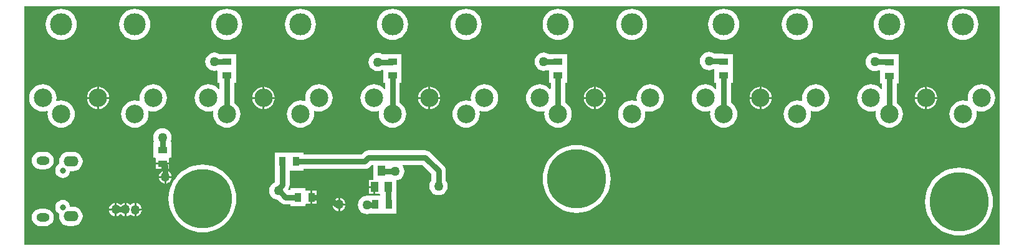
<source format=gbl>
G04*
G04 #@! TF.GenerationSoftware,Altium Limited,Altium Designer,19.1.7 (138)*
G04*
G04 Layer_Physical_Order=2*
G04 Layer_Color=16711680*
%FSLAX25Y25*%
%MOIN*%
G70*
G01*
G75*
%ADD17R,0.03543X0.05118*%
%ADD18R,0.05118X0.03543*%
%ADD38C,0.03000*%
%ADD40C,0.31496*%
%ADD41C,0.11811*%
%ADD42C,0.09843*%
%ADD43C,0.03150*%
%ADD44O,0.07087X0.04528*%
%ADD45O,0.07874X0.05512*%
%ADD46C,0.05000*%
%ADD47R,0.03937X0.05512*%
G36*
X521654Y-127953D02*
X0D01*
Y0D01*
X521654D01*
Y-127953D01*
D02*
G37*
%LPC*%
G36*
X501968Y-1535D02*
X500348Y-1694D01*
X498789Y-2167D01*
X497353Y-2935D01*
X496094Y-3968D01*
X495061Y-5227D01*
X494293Y-6663D01*
X493820Y-8222D01*
X493661Y-9843D01*
X493820Y-11463D01*
X494293Y-13022D01*
X495061Y-14458D01*
X496094Y-15717D01*
X497353Y-16750D01*
X498789Y-17518D01*
X500348Y-17991D01*
X501968Y-18150D01*
X503589Y-17991D01*
X505148Y-17518D01*
X506584Y-16750D01*
X507843Y-15717D01*
X508876Y-14458D01*
X509644Y-13022D01*
X510117Y-11463D01*
X510276Y-9843D01*
X510117Y-8222D01*
X509644Y-6663D01*
X508876Y-5227D01*
X507843Y-3968D01*
X506584Y-2935D01*
X505148Y-2167D01*
X503589Y-1694D01*
X501968Y-1535D01*
D02*
G37*
G36*
X462598D02*
X460978Y-1694D01*
X459419Y-2167D01*
X457983Y-2935D01*
X456724Y-3968D01*
X455691Y-5227D01*
X454923Y-6663D01*
X454450Y-8222D01*
X454291Y-9843D01*
X454450Y-11463D01*
X454923Y-13022D01*
X455691Y-14458D01*
X456724Y-15717D01*
X457983Y-16750D01*
X459419Y-17518D01*
X460978Y-17991D01*
X462598Y-18150D01*
X464219Y-17991D01*
X465778Y-17518D01*
X467214Y-16750D01*
X468473Y-15717D01*
X469506Y-14458D01*
X470274Y-13022D01*
X470747Y-11463D01*
X470906Y-9843D01*
X470747Y-8222D01*
X470274Y-6663D01*
X469506Y-5227D01*
X468473Y-3968D01*
X467214Y-2935D01*
X465778Y-2167D01*
X464219Y-1694D01*
X462598Y-1535D01*
D02*
G37*
G36*
X413386D02*
X411765Y-1694D01*
X410207Y-2167D01*
X408770Y-2935D01*
X407511Y-3968D01*
X406478Y-5227D01*
X405711Y-6663D01*
X405238Y-8222D01*
X405078Y-9843D01*
X405238Y-11463D01*
X405711Y-13022D01*
X406478Y-14458D01*
X407511Y-15717D01*
X408770Y-16750D01*
X410207Y-17518D01*
X411765Y-17991D01*
X413386Y-18150D01*
X415007Y-17991D01*
X416565Y-17518D01*
X418001Y-16750D01*
X419260Y-15717D01*
X420293Y-14458D01*
X421061Y-13022D01*
X421534Y-11463D01*
X421694Y-9843D01*
X421534Y-8222D01*
X421061Y-6663D01*
X420293Y-5227D01*
X419260Y-3968D01*
X418001Y-2935D01*
X416565Y-2167D01*
X415007Y-1694D01*
X413386Y-1535D01*
D02*
G37*
G36*
X374016D02*
X372395Y-1694D01*
X370836Y-2167D01*
X369400Y-2935D01*
X368141Y-3968D01*
X367108Y-5227D01*
X366340Y-6663D01*
X365868Y-8222D01*
X365708Y-9843D01*
X365868Y-11463D01*
X366340Y-13022D01*
X367108Y-14458D01*
X368141Y-15717D01*
X369400Y-16750D01*
X370836Y-17518D01*
X372395Y-17991D01*
X374016Y-18150D01*
X375637Y-17991D01*
X377195Y-17518D01*
X378631Y-16750D01*
X379890Y-15717D01*
X380923Y-14458D01*
X381691Y-13022D01*
X382164Y-11463D01*
X382324Y-9843D01*
X382164Y-8222D01*
X381691Y-6663D01*
X380923Y-5227D01*
X379890Y-3968D01*
X378631Y-2935D01*
X377195Y-2167D01*
X375637Y-1694D01*
X374016Y-1535D01*
D02*
G37*
G36*
X324803D02*
X323182Y-1694D01*
X321624Y-2167D01*
X320188Y-2935D01*
X318929Y-3968D01*
X317896Y-5227D01*
X317128Y-6663D01*
X316655Y-8222D01*
X316495Y-9843D01*
X316655Y-11463D01*
X317128Y-13022D01*
X317896Y-14458D01*
X318929Y-15717D01*
X320188Y-16750D01*
X321624Y-17518D01*
X323182Y-17991D01*
X324803Y-18150D01*
X326424Y-17991D01*
X327982Y-17518D01*
X329419Y-16750D01*
X330678Y-15717D01*
X331711Y-14458D01*
X332478Y-13022D01*
X332951Y-11463D01*
X333111Y-9843D01*
X332951Y-8222D01*
X332478Y-6663D01*
X331711Y-5227D01*
X330678Y-3968D01*
X329419Y-2935D01*
X327982Y-2167D01*
X326424Y-1694D01*
X324803Y-1535D01*
D02*
G37*
G36*
X285433D02*
X283812Y-1694D01*
X282254Y-2167D01*
X280818Y-2935D01*
X279559Y-3968D01*
X278525Y-5227D01*
X277758Y-6663D01*
X277285Y-8222D01*
X277125Y-9843D01*
X277285Y-11463D01*
X277758Y-13022D01*
X278525Y-14458D01*
X279559Y-15717D01*
X280818Y-16750D01*
X282254Y-17518D01*
X283812Y-17991D01*
X285433Y-18150D01*
X287054Y-17991D01*
X288612Y-17518D01*
X290049Y-16750D01*
X291307Y-15717D01*
X292341Y-14458D01*
X293108Y-13022D01*
X293581Y-11463D01*
X293741Y-9843D01*
X293581Y-8222D01*
X293108Y-6663D01*
X292341Y-5227D01*
X291307Y-3968D01*
X290049Y-2935D01*
X288612Y-2167D01*
X287054Y-1694D01*
X285433Y-1535D01*
D02*
G37*
G36*
X236221D02*
X234600Y-1694D01*
X233041Y-2167D01*
X231605Y-2935D01*
X230346Y-3968D01*
X229313Y-5227D01*
X228545Y-6663D01*
X228072Y-8222D01*
X227913Y-9843D01*
X228072Y-11463D01*
X228545Y-13022D01*
X229313Y-14458D01*
X230346Y-15717D01*
X231605Y-16750D01*
X233041Y-17518D01*
X234600Y-17991D01*
X236221Y-18150D01*
X237841Y-17991D01*
X239400Y-17518D01*
X240836Y-16750D01*
X242095Y-15717D01*
X243128Y-14458D01*
X243896Y-13022D01*
X244369Y-11463D01*
X244528Y-9843D01*
X244369Y-8222D01*
X243896Y-6663D01*
X243128Y-5227D01*
X242095Y-3968D01*
X240836Y-2935D01*
X239400Y-2167D01*
X237841Y-1694D01*
X236221Y-1535D01*
D02*
G37*
G36*
X196850D02*
X195230Y-1694D01*
X193671Y-2167D01*
X192235Y-2935D01*
X190976Y-3968D01*
X189943Y-5227D01*
X189175Y-6663D01*
X188702Y-8222D01*
X188543Y-9843D01*
X188702Y-11463D01*
X189175Y-13022D01*
X189943Y-14458D01*
X190976Y-15717D01*
X192235Y-16750D01*
X193671Y-17518D01*
X195230Y-17991D01*
X196850Y-18150D01*
X198471Y-17991D01*
X200030Y-17518D01*
X201466Y-16750D01*
X202725Y-15717D01*
X203758Y-14458D01*
X204526Y-13022D01*
X204998Y-11463D01*
X205158Y-9843D01*
X204998Y-8222D01*
X204526Y-6663D01*
X203758Y-5227D01*
X202725Y-3968D01*
X201466Y-2935D01*
X200030Y-2167D01*
X198471Y-1694D01*
X196850Y-1535D01*
D02*
G37*
G36*
X147638D02*
X146017Y-1694D01*
X144459Y-2167D01*
X143022Y-2935D01*
X141763Y-3968D01*
X140730Y-5227D01*
X139962Y-6663D01*
X139490Y-8222D01*
X139330Y-9843D01*
X139490Y-11463D01*
X139962Y-13022D01*
X140730Y-14458D01*
X141763Y-15717D01*
X143022Y-16750D01*
X144459Y-17518D01*
X146017Y-17991D01*
X147638Y-18150D01*
X149258Y-17991D01*
X150817Y-17518D01*
X152253Y-16750D01*
X153512Y-15717D01*
X154545Y-14458D01*
X155313Y-13022D01*
X155786Y-11463D01*
X155946Y-9843D01*
X155786Y-8222D01*
X155313Y-6663D01*
X154545Y-5227D01*
X153512Y-3968D01*
X152253Y-2935D01*
X150817Y-2167D01*
X149258Y-1694D01*
X147638Y-1535D01*
D02*
G37*
G36*
X108268D02*
X106647Y-1694D01*
X105088Y-2167D01*
X103652Y-2935D01*
X102393Y-3968D01*
X101360Y-5227D01*
X100592Y-6663D01*
X100120Y-8222D01*
X99960Y-9843D01*
X100120Y-11463D01*
X100592Y-13022D01*
X101360Y-14458D01*
X102393Y-15717D01*
X103652Y-16750D01*
X105088Y-17518D01*
X106647Y-17991D01*
X108268Y-18150D01*
X109889Y-17991D01*
X111447Y-17518D01*
X112883Y-16750D01*
X114142Y-15717D01*
X115175Y-14458D01*
X115943Y-13022D01*
X116416Y-11463D01*
X116575Y-9843D01*
X116416Y-8222D01*
X115943Y-6663D01*
X115175Y-5227D01*
X114142Y-3968D01*
X112883Y-2935D01*
X111447Y-2167D01*
X109889Y-1694D01*
X108268Y-1535D01*
D02*
G37*
G36*
X59055Y-1535D02*
X57434Y-1694D01*
X55876Y-2167D01*
X54440Y-2935D01*
X53181Y-3968D01*
X52148Y-5227D01*
X51380Y-6663D01*
X50907Y-8222D01*
X50747Y-9843D01*
X50907Y-11463D01*
X51380Y-13022D01*
X52148Y-14458D01*
X53181Y-15717D01*
X54440Y-16750D01*
X55876Y-17518D01*
X57434Y-17991D01*
X59055Y-18150D01*
X60676Y-17991D01*
X62234Y-17518D01*
X63671Y-16750D01*
X64929Y-15717D01*
X65963Y-14458D01*
X66730Y-13022D01*
X67203Y-11463D01*
X67363Y-9843D01*
X67203Y-8222D01*
X66730Y-6663D01*
X65963Y-5227D01*
X64929Y-3968D01*
X63671Y-2935D01*
X62234Y-2167D01*
X60676Y-1694D01*
X59055Y-1535D01*
D02*
G37*
G36*
X19685D02*
X18064Y-1694D01*
X16506Y-2167D01*
X15069Y-2935D01*
X13811Y-3968D01*
X12777Y-5227D01*
X12010Y-6663D01*
X11537Y-8222D01*
X11377Y-9843D01*
X11537Y-11463D01*
X12010Y-13022D01*
X12777Y-14458D01*
X13811Y-15717D01*
X15069Y-16750D01*
X16506Y-17518D01*
X18064Y-17991D01*
X19685Y-18150D01*
X21306Y-17991D01*
X22864Y-17518D01*
X24301Y-16750D01*
X25559Y-15717D01*
X26593Y-14458D01*
X27360Y-13022D01*
X27833Y-11463D01*
X27993Y-9843D01*
X27833Y-8222D01*
X27360Y-6663D01*
X26593Y-5227D01*
X25559Y-3968D01*
X24301Y-2935D01*
X22864Y-2167D01*
X21306Y-1694D01*
X19685Y-1535D01*
D02*
G37*
G36*
X454811Y-25029D02*
X453542Y-25196D01*
X452359Y-25686D01*
X451343Y-26465D01*
X450564Y-27481D01*
X450074Y-28664D01*
X449907Y-29933D01*
X450074Y-31202D01*
X450564Y-32385D01*
X451343Y-33401D01*
X452359Y-34180D01*
X453542Y-34670D01*
X454811Y-34837D01*
X456080Y-34670D01*
X457177Y-34216D01*
X457219Y-34219D01*
X457446Y-34318D01*
X457677Y-34493D01*
Y-41535D01*
X458703D01*
Y-44236D01*
X458232Y-44404D01*
X457931Y-44038D01*
X456822Y-43127D01*
X455557Y-42451D01*
X454184Y-42035D01*
X452756Y-41894D01*
X451328Y-42035D01*
X449955Y-42451D01*
X448690Y-43127D01*
X447581Y-44038D01*
X446671Y-45147D01*
X445994Y-46412D01*
X445578Y-47785D01*
X445437Y-49213D01*
X445578Y-50640D01*
X445994Y-52013D01*
X446671Y-53279D01*
X447581Y-54388D01*
X448690Y-55298D01*
X449955Y-55974D01*
X451328Y-56391D01*
X452756Y-56531D01*
X454184Y-56391D01*
X454989Y-56147D01*
X455222Y-56308D01*
X455411Y-56541D01*
X455280Y-57874D01*
X455420Y-59302D01*
X455837Y-60675D01*
X456513Y-61940D01*
X457423Y-63049D01*
X458532Y-63959D01*
X459798Y-64636D01*
X461171Y-65052D01*
X462598Y-65193D01*
X464026Y-65052D01*
X465399Y-64636D01*
X466665Y-63959D01*
X467773Y-63049D01*
X468684Y-61940D01*
X469360Y-60675D01*
X469776Y-59302D01*
X469917Y-57874D01*
X469776Y-56446D01*
X469360Y-55073D01*
X468684Y-53808D01*
X467773Y-52699D01*
X466665Y-51789D01*
X466494Y-51698D01*
Y-41535D01*
X467520D01*
Y-34252D01*
Y-25984D01*
X462580D01*
X462327Y-25951D01*
X462327Y-25951D01*
X457608D01*
X457263Y-25686D01*
X456080Y-25196D01*
X454811Y-25029D01*
D02*
G37*
G36*
X366142Y-24623D02*
X364872Y-24791D01*
X363690Y-25280D01*
X362674Y-26060D01*
X361895Y-27075D01*
X361405Y-28258D01*
X361238Y-29528D01*
X361405Y-30797D01*
X361895Y-31980D01*
X362674Y-32995D01*
X363690Y-33775D01*
X364872Y-34265D01*
X366142Y-34432D01*
X367411Y-34265D01*
X368594Y-33775D01*
X368595Y-33774D01*
X368963Y-33909D01*
X369094Y-34021D01*
Y-41240D01*
X370120D01*
Y-44236D01*
X369649Y-44404D01*
X369348Y-44038D01*
X368239Y-43127D01*
X366974Y-42451D01*
X365601Y-42035D01*
X364173Y-41894D01*
X362745Y-42035D01*
X361372Y-42451D01*
X360107Y-43127D01*
X358998Y-44038D01*
X358088Y-45147D01*
X357412Y-46412D01*
X356995Y-47785D01*
X356855Y-49213D01*
X356995Y-50640D01*
X357412Y-52013D01*
X358088Y-53279D01*
X358998Y-54388D01*
X360107Y-55298D01*
X361372Y-55974D01*
X362745Y-56391D01*
X364173Y-56531D01*
X365601Y-56391D01*
X366406Y-56147D01*
X366639Y-56308D01*
X366828Y-56541D01*
X366697Y-57874D01*
X366838Y-59302D01*
X367254Y-60675D01*
X367931Y-61940D01*
X368841Y-63049D01*
X369950Y-63959D01*
X371215Y-64636D01*
X372588Y-65052D01*
X374016Y-65193D01*
X375444Y-65052D01*
X376817Y-64636D01*
X378082Y-63959D01*
X379191Y-63049D01*
X380101Y-61940D01*
X380777Y-60675D01*
X381194Y-59302D01*
X381334Y-57874D01*
X381194Y-56446D01*
X380777Y-55073D01*
X380101Y-53808D01*
X379191Y-52699D01*
X378082Y-51789D01*
X377911Y-51698D01*
Y-41240D01*
X378937D01*
Y-33957D01*
Y-25689D01*
X374153D01*
X373721Y-25632D01*
X373720Y-25632D01*
X369052D01*
X368594Y-25280D01*
X367411Y-24791D01*
X366142Y-24623D01*
D02*
G37*
G36*
X277729Y-24946D02*
X276460Y-25113D01*
X275277Y-25603D01*
X274261Y-26382D01*
X273482Y-27398D01*
X272992Y-28580D01*
X272825Y-29850D01*
X272992Y-31119D01*
X273482Y-32302D01*
X274261Y-33318D01*
X275277Y-34097D01*
X276460Y-34587D01*
X277729Y-34754D01*
X278998Y-34587D01*
X280012Y-34167D01*
X280427Y-34376D01*
X280512Y-34473D01*
Y-41240D01*
X281538D01*
Y-44236D01*
X281067Y-44404D01*
X280766Y-44038D01*
X279657Y-43127D01*
X278391Y-42451D01*
X277018Y-42035D01*
X275590Y-41894D01*
X274163Y-42035D01*
X272790Y-42451D01*
X271525Y-43127D01*
X270415Y-44038D01*
X269505Y-45147D01*
X268829Y-46412D01*
X268412Y-47785D01*
X268272Y-49213D01*
X268412Y-50640D01*
X268829Y-52013D01*
X269505Y-53279D01*
X270415Y-54388D01*
X271525Y-55298D01*
X272790Y-55974D01*
X274163Y-56391D01*
X275590Y-56531D01*
X277018Y-56391D01*
X277823Y-56147D01*
X278056Y-56308D01*
X278246Y-56541D01*
X278114Y-57874D01*
X278255Y-59302D01*
X278672Y-60675D01*
X279348Y-61940D01*
X280258Y-63049D01*
X281367Y-63959D01*
X282632Y-64636D01*
X284005Y-65052D01*
X285433Y-65193D01*
X286861Y-65052D01*
X288234Y-64636D01*
X289499Y-63959D01*
X290608Y-63049D01*
X291518Y-61940D01*
X292195Y-60675D01*
X292611Y-59302D01*
X292752Y-57874D01*
X292611Y-56446D01*
X292195Y-55073D01*
X291518Y-53808D01*
X290608Y-52699D01*
X289499Y-51789D01*
X289329Y-51698D01*
Y-41240D01*
X290354D01*
Y-33957D01*
Y-25689D01*
X280512D01*
X280512Y-25689D01*
X280067Y-25556D01*
X278998Y-25113D01*
X277729Y-24946D01*
D02*
G37*
G36*
X188945Y-25084D02*
X187676Y-25251D01*
X186493Y-25741D01*
X185477Y-26521D01*
X184698Y-27536D01*
X184208Y-28719D01*
X184041Y-29989D01*
X184208Y-31258D01*
X184698Y-32441D01*
X185477Y-33456D01*
X186493Y-34236D01*
X187676Y-34725D01*
X188945Y-34893D01*
X190214Y-34725D01*
X191397Y-34236D01*
X191429Y-34211D01*
X191929Y-34458D01*
Y-41240D01*
X192955D01*
Y-44236D01*
X192484Y-44404D01*
X192183Y-44038D01*
X191074Y-43127D01*
X189809Y-42451D01*
X188436Y-42035D01*
X187008Y-41894D01*
X185580Y-42035D01*
X184207Y-42451D01*
X182942Y-43127D01*
X181833Y-44038D01*
X180923Y-45147D01*
X180246Y-46412D01*
X179830Y-47785D01*
X179689Y-49213D01*
X179830Y-50640D01*
X180246Y-52013D01*
X180923Y-53279D01*
X181833Y-54388D01*
X182942Y-55298D01*
X184207Y-55974D01*
X185580Y-56391D01*
X187008Y-56531D01*
X188436Y-56391D01*
X189241Y-56147D01*
X189474Y-56308D01*
X189663Y-56541D01*
X189532Y-57874D01*
X189672Y-59302D01*
X190089Y-60675D01*
X190765Y-61940D01*
X191675Y-63049D01*
X192784Y-63959D01*
X194050Y-64636D01*
X195423Y-65052D01*
X196850Y-65193D01*
X198278Y-65052D01*
X199651Y-64636D01*
X200916Y-63959D01*
X202026Y-63049D01*
X202936Y-61940D01*
X203612Y-60675D01*
X204029Y-59302D01*
X204169Y-57874D01*
X204029Y-56446D01*
X203612Y-55073D01*
X202936Y-53808D01*
X202026Y-52699D01*
X200916Y-51789D01*
X200746Y-51698D01*
Y-41240D01*
X201772D01*
Y-33957D01*
Y-25689D01*
X191929D01*
Y-25689D01*
X191429Y-25766D01*
X191397Y-25741D01*
X190214Y-25251D01*
X188945Y-25084D01*
D02*
G37*
G36*
X101654Y-24900D02*
X100385Y-25067D01*
X99202Y-25557D01*
X98186Y-26336D01*
X97407Y-27352D01*
X96917Y-28534D01*
X96750Y-29804D01*
X96917Y-31073D01*
X97407Y-32256D01*
X98186Y-33272D01*
X99202Y-34051D01*
X100385Y-34541D01*
X101654Y-34708D01*
X102847Y-34551D01*
X103098Y-34649D01*
X103347Y-34815D01*
Y-41240D01*
X104372D01*
Y-44236D01*
X103901Y-44404D01*
X103600Y-44038D01*
X102491Y-43127D01*
X101226Y-42451D01*
X99853Y-42035D01*
X98425Y-41894D01*
X96997Y-42035D01*
X95624Y-42451D01*
X94359Y-43127D01*
X93250Y-44038D01*
X92340Y-45147D01*
X91664Y-46412D01*
X91247Y-47785D01*
X91106Y-49213D01*
X91247Y-50640D01*
X91664Y-52013D01*
X92340Y-53279D01*
X93250Y-54388D01*
X94359Y-55298D01*
X95624Y-55974D01*
X96997Y-56391D01*
X98425Y-56531D01*
X99853Y-56391D01*
X100658Y-56147D01*
X100891Y-56308D01*
X101080Y-56541D01*
X100949Y-57874D01*
X101090Y-59302D01*
X101506Y-60675D01*
X102182Y-61940D01*
X103093Y-63049D01*
X104202Y-63959D01*
X105467Y-64636D01*
X106840Y-65052D01*
X108268Y-65193D01*
X109695Y-65052D01*
X111068Y-64636D01*
X112334Y-63959D01*
X113443Y-63049D01*
X114353Y-61940D01*
X115029Y-60675D01*
X115446Y-59302D01*
X115586Y-57874D01*
X115446Y-56446D01*
X115029Y-55073D01*
X114353Y-53808D01*
X113443Y-52699D01*
X112334Y-51789D01*
X112163Y-51698D01*
Y-41240D01*
X113189D01*
Y-33957D01*
Y-25689D01*
X104279D01*
X104106Y-25557D01*
X102923Y-25067D01*
X101654Y-24900D01*
D02*
G37*
G36*
X394201Y-43312D02*
Y-48713D01*
X399601D01*
X399536Y-48052D01*
X399198Y-46936D01*
X398648Y-45907D01*
X397908Y-45005D01*
X397006Y-44265D01*
X395978Y-43716D01*
X394862Y-43377D01*
X394201Y-43312D01*
D02*
G37*
G36*
X305618D02*
Y-48713D01*
X311019D01*
X310954Y-48052D01*
X310615Y-46936D01*
X310065Y-45907D01*
X309325Y-45005D01*
X308424Y-44265D01*
X307395Y-43716D01*
X306279Y-43377D01*
X305618Y-43312D01*
D02*
G37*
G36*
X128453D02*
Y-48713D01*
X133853D01*
X133788Y-48052D01*
X133450Y-46936D01*
X132900Y-45907D01*
X132160Y-45005D01*
X131258Y-44265D01*
X130230Y-43716D01*
X129113Y-43377D01*
X128453Y-43312D01*
D02*
G37*
G36*
X217035D02*
Y-48713D01*
X222436D01*
X222371Y-48052D01*
X222032Y-46936D01*
X221483Y-45907D01*
X220743Y-45005D01*
X219841Y-44265D01*
X218812Y-43716D01*
X217696Y-43377D01*
X217035Y-43312D01*
D02*
G37*
G36*
X482783Y-43312D02*
Y-48713D01*
X488184D01*
X488119Y-48052D01*
X487781Y-46936D01*
X487231Y-45907D01*
X486491Y-45005D01*
X485589Y-44265D01*
X484560Y-43716D01*
X483444Y-43377D01*
X482783Y-43312D01*
D02*
G37*
G36*
X481783Y-43312D02*
X481123Y-43377D01*
X480007Y-43716D01*
X478978Y-44265D01*
X478076Y-45005D01*
X477336Y-45907D01*
X476787Y-46936D01*
X476448Y-48052D01*
X476383Y-48713D01*
X481783D01*
Y-43312D01*
D02*
G37*
G36*
X127453D02*
X126792Y-43377D01*
X125676Y-43716D01*
X124647Y-44265D01*
X123746Y-45005D01*
X123006Y-45907D01*
X122456Y-46936D01*
X122117Y-48052D01*
X122052Y-48713D01*
X127453D01*
Y-43312D01*
D02*
G37*
G36*
X304618D02*
X303957Y-43377D01*
X302841Y-43716D01*
X301813Y-44265D01*
X300911Y-45005D01*
X300171Y-45907D01*
X299621Y-46936D01*
X299283Y-48052D01*
X299218Y-48713D01*
X304618D01*
Y-43312D01*
D02*
G37*
G36*
X216035D02*
X215375Y-43377D01*
X214259Y-43716D01*
X213230Y-44265D01*
X212328Y-45005D01*
X211588Y-45907D01*
X211038Y-46936D01*
X210700Y-48052D01*
X210635Y-48713D01*
X216035D01*
Y-43312D01*
D02*
G37*
G36*
X393201Y-43312D02*
X392540Y-43377D01*
X391424Y-43716D01*
X390395Y-44265D01*
X389494Y-45005D01*
X388754Y-45907D01*
X388204Y-46936D01*
X387865Y-48052D01*
X387800Y-48713D01*
X393201D01*
Y-43312D01*
D02*
G37*
G36*
X39870Y-43312D02*
Y-48713D01*
X45271D01*
X45206Y-48052D01*
X44867Y-46936D01*
X44317Y-45907D01*
X43577Y-45005D01*
X42676Y-44265D01*
X41647Y-43716D01*
X40531Y-43377D01*
X39870Y-43312D01*
D02*
G37*
G36*
X38870D02*
X38209Y-43377D01*
X37093Y-43716D01*
X36064Y-44265D01*
X35163Y-45005D01*
X34423Y-45907D01*
X33873Y-46936D01*
X33535Y-48052D01*
X33469Y-48713D01*
X38870D01*
Y-43312D01*
D02*
G37*
G36*
X511811Y-41894D02*
X510383Y-42035D01*
X509010Y-42451D01*
X507745Y-43127D01*
X506636Y-44038D01*
X505726Y-45147D01*
X505049Y-46412D01*
X504633Y-47785D01*
X504492Y-49213D01*
X504624Y-50546D01*
X504434Y-50778D01*
X504201Y-50940D01*
X503396Y-50696D01*
X501968Y-50555D01*
X500541Y-50696D01*
X499168Y-51112D01*
X497902Y-51789D01*
X496793Y-52699D01*
X495883Y-53808D01*
X495207Y-55073D01*
X494790Y-56446D01*
X494650Y-57874D01*
X494790Y-59302D01*
X495207Y-60675D01*
X495883Y-61940D01*
X496793Y-63049D01*
X497902Y-63959D01*
X499168Y-64636D01*
X500541Y-65052D01*
X501968Y-65193D01*
X503396Y-65052D01*
X504769Y-64636D01*
X506035Y-63959D01*
X507144Y-63049D01*
X508054Y-61940D01*
X508730Y-60675D01*
X509147Y-59302D01*
X509287Y-57874D01*
X509156Y-56541D01*
X509345Y-56308D01*
X509578Y-56147D01*
X510383Y-56391D01*
X511811Y-56531D01*
X513239Y-56391D01*
X514612Y-55974D01*
X515877Y-55298D01*
X516986Y-54388D01*
X517896Y-53279D01*
X518573Y-52013D01*
X518989Y-50640D01*
X519130Y-49213D01*
X518989Y-47785D01*
X518573Y-46412D01*
X517896Y-45147D01*
X516986Y-44038D01*
X515877Y-43127D01*
X514612Y-42451D01*
X513239Y-42035D01*
X511811Y-41894D01*
D02*
G37*
G36*
X423228D02*
X421801Y-42035D01*
X420428Y-42451D01*
X419162Y-43127D01*
X418053Y-44038D01*
X417143Y-45147D01*
X416467Y-46412D01*
X416050Y-47785D01*
X415910Y-49213D01*
X416041Y-50546D01*
X415851Y-50778D01*
X415619Y-50940D01*
X414814Y-50696D01*
X413386Y-50555D01*
X411958Y-50696D01*
X410585Y-51112D01*
X409320Y-51789D01*
X408211Y-52699D01*
X407301Y-53808D01*
X406624Y-55073D01*
X406208Y-56446D01*
X406067Y-57874D01*
X406208Y-59302D01*
X406624Y-60675D01*
X407301Y-61940D01*
X408211Y-63049D01*
X409320Y-63959D01*
X410585Y-64636D01*
X411958Y-65052D01*
X413386Y-65193D01*
X414814Y-65052D01*
X416187Y-64636D01*
X417452Y-63959D01*
X418561Y-63049D01*
X419471Y-61940D01*
X420147Y-60675D01*
X420564Y-59302D01*
X420705Y-57874D01*
X420573Y-56541D01*
X420763Y-56308D01*
X420996Y-56147D01*
X421801Y-56391D01*
X423228Y-56531D01*
X424656Y-56391D01*
X426029Y-55974D01*
X427294Y-55298D01*
X428403Y-54388D01*
X429314Y-53279D01*
X429990Y-52013D01*
X430406Y-50640D01*
X430547Y-49213D01*
X430406Y-47785D01*
X429990Y-46412D01*
X429314Y-45147D01*
X428403Y-44038D01*
X427294Y-43127D01*
X426029Y-42451D01*
X424656Y-42035D01*
X423228Y-41894D01*
D02*
G37*
G36*
X334646D02*
X333218Y-42035D01*
X331845Y-42451D01*
X330580Y-43127D01*
X329471Y-44038D01*
X328560Y-45147D01*
X327884Y-46412D01*
X327468Y-47785D01*
X327327Y-49213D01*
X327458Y-50546D01*
X327269Y-50778D01*
X327036Y-50940D01*
X326231Y-50696D01*
X324803Y-50555D01*
X323375Y-50696D01*
X322002Y-51112D01*
X320737Y-51789D01*
X319628Y-52699D01*
X318718Y-53808D01*
X318042Y-55073D01*
X317625Y-56446D01*
X317484Y-57874D01*
X317625Y-59302D01*
X318042Y-60675D01*
X318718Y-61940D01*
X319628Y-63049D01*
X320737Y-63959D01*
X322002Y-64636D01*
X323375Y-65052D01*
X324803Y-65193D01*
X326231Y-65052D01*
X327604Y-64636D01*
X328869Y-63959D01*
X329978Y-63049D01*
X330888Y-61940D01*
X331565Y-60675D01*
X331981Y-59302D01*
X332122Y-57874D01*
X331991Y-56541D01*
X332180Y-56308D01*
X332413Y-56147D01*
X333218Y-56391D01*
X334646Y-56531D01*
X336073Y-56391D01*
X337446Y-55974D01*
X338712Y-55298D01*
X339821Y-54388D01*
X340731Y-53279D01*
X341407Y-52013D01*
X341824Y-50640D01*
X341964Y-49213D01*
X341824Y-47785D01*
X341407Y-46412D01*
X340731Y-45147D01*
X339821Y-44038D01*
X338712Y-43127D01*
X337446Y-42451D01*
X336073Y-42035D01*
X334646Y-41894D01*
D02*
G37*
G36*
X246063D02*
X244635Y-42035D01*
X243262Y-42451D01*
X241997Y-43127D01*
X240888Y-44038D01*
X239978Y-45147D01*
X239301Y-46412D01*
X238885Y-47785D01*
X238744Y-49213D01*
X238876Y-50546D01*
X238686Y-50778D01*
X238453Y-50940D01*
X237648Y-50696D01*
X236221Y-50555D01*
X234793Y-50696D01*
X233420Y-51112D01*
X232154Y-51789D01*
X231045Y-52699D01*
X230135Y-53808D01*
X229459Y-55073D01*
X229042Y-56446D01*
X228902Y-57874D01*
X229042Y-59302D01*
X229459Y-60675D01*
X230135Y-61940D01*
X231045Y-63049D01*
X232154Y-63959D01*
X233420Y-64636D01*
X234793Y-65052D01*
X236221Y-65193D01*
X237648Y-65052D01*
X239021Y-64636D01*
X240286Y-63959D01*
X241396Y-63049D01*
X242306Y-61940D01*
X242982Y-60675D01*
X243398Y-59302D01*
X243539Y-57874D01*
X243408Y-56541D01*
X243597Y-56308D01*
X243830Y-56147D01*
X244635Y-56391D01*
X246063Y-56531D01*
X247491Y-56391D01*
X248864Y-55974D01*
X250129Y-55298D01*
X251238Y-54388D01*
X252148Y-53279D01*
X252825Y-52013D01*
X253241Y-50640D01*
X253382Y-49213D01*
X253241Y-47785D01*
X252825Y-46412D01*
X252148Y-45147D01*
X251238Y-44038D01*
X250129Y-43127D01*
X248864Y-42451D01*
X247491Y-42035D01*
X246063Y-41894D01*
D02*
G37*
G36*
X157480D02*
X156052Y-42035D01*
X154680Y-42451D01*
X153414Y-43127D01*
X152305Y-44038D01*
X151395Y-45147D01*
X150719Y-46412D01*
X150302Y-47785D01*
X150162Y-49213D01*
X150293Y-50546D01*
X150103Y-50778D01*
X149871Y-50940D01*
X149066Y-50696D01*
X147638Y-50555D01*
X146210Y-50696D01*
X144837Y-51112D01*
X143572Y-51789D01*
X142463Y-52699D01*
X141552Y-53808D01*
X140876Y-55073D01*
X140460Y-56446D01*
X140319Y-57874D01*
X140460Y-59302D01*
X140876Y-60675D01*
X141552Y-61940D01*
X142463Y-63049D01*
X143572Y-63959D01*
X144837Y-64636D01*
X146210Y-65052D01*
X147638Y-65193D01*
X149066Y-65052D01*
X150438Y-64636D01*
X151704Y-63959D01*
X152813Y-63049D01*
X153723Y-61940D01*
X154399Y-60675D01*
X154816Y-59302D01*
X154956Y-57874D01*
X154825Y-56541D01*
X155015Y-56308D01*
X155247Y-56147D01*
X156052Y-56391D01*
X157480Y-56531D01*
X158908Y-56391D01*
X160281Y-55974D01*
X161546Y-55298D01*
X162655Y-54388D01*
X163566Y-53279D01*
X164242Y-52013D01*
X164658Y-50640D01*
X164799Y-49213D01*
X164658Y-47785D01*
X164242Y-46412D01*
X163566Y-45147D01*
X162655Y-44038D01*
X161546Y-43127D01*
X160281Y-42451D01*
X158908Y-42035D01*
X157480Y-41894D01*
D02*
G37*
G36*
X68898Y-41894D02*
X67470Y-42035D01*
X66097Y-42451D01*
X64832Y-43127D01*
X63722Y-44038D01*
X62812Y-45147D01*
X62136Y-46412D01*
X61720Y-47785D01*
X61579Y-49213D01*
X61710Y-50546D01*
X61521Y-50778D01*
X61288Y-50940D01*
X60483Y-50696D01*
X59055Y-50555D01*
X57627Y-50696D01*
X56254Y-51112D01*
X54989Y-51789D01*
X53880Y-52699D01*
X52970Y-53808D01*
X52293Y-55073D01*
X51877Y-56446D01*
X51736Y-57874D01*
X51877Y-59302D01*
X52293Y-60675D01*
X52970Y-61940D01*
X53880Y-63049D01*
X54989Y-63959D01*
X56254Y-64636D01*
X57627Y-65052D01*
X59055Y-65193D01*
X60483Y-65052D01*
X61856Y-64636D01*
X63121Y-63959D01*
X64230Y-63049D01*
X65140Y-61940D01*
X65817Y-60675D01*
X66233Y-59302D01*
X66374Y-57874D01*
X66242Y-56541D01*
X66432Y-56308D01*
X66665Y-56147D01*
X67470Y-56391D01*
X68898Y-56531D01*
X70325Y-56391D01*
X71698Y-55974D01*
X72964Y-55298D01*
X74073Y-54388D01*
X74983Y-53279D01*
X75659Y-52013D01*
X76076Y-50640D01*
X76216Y-49213D01*
X76076Y-47785D01*
X75659Y-46412D01*
X74983Y-45147D01*
X74073Y-44038D01*
X72964Y-43127D01*
X71698Y-42451D01*
X70325Y-42035D01*
X68898Y-41894D01*
D02*
G37*
G36*
X399601Y-49713D02*
X394201D01*
Y-55113D01*
X394862Y-55048D01*
X395978Y-54710D01*
X397006Y-54160D01*
X397908Y-53420D01*
X398648Y-52518D01*
X399198Y-51490D01*
X399536Y-50373D01*
X399601Y-49713D01*
D02*
G37*
G36*
X481783D02*
X476383D01*
X476448Y-50373D01*
X476787Y-51490D01*
X477336Y-52518D01*
X478076Y-53420D01*
X478978Y-54160D01*
X480007Y-54710D01*
X481123Y-55048D01*
X481783Y-55113D01*
Y-49713D01*
D02*
G37*
G36*
X311019D02*
X305618D01*
Y-55113D01*
X306279Y-55048D01*
X307395Y-54710D01*
X308424Y-54160D01*
X309325Y-53420D01*
X310065Y-52518D01*
X310615Y-51490D01*
X310954Y-50373D01*
X311019Y-49713D01*
D02*
G37*
G36*
X222436D02*
X217035D01*
Y-55113D01*
X217696Y-55048D01*
X218812Y-54710D01*
X219841Y-54160D01*
X220743Y-53420D01*
X221483Y-52518D01*
X222032Y-51490D01*
X222371Y-50373D01*
X222436Y-49713D01*
D02*
G37*
G36*
X133853D02*
X128453D01*
Y-55113D01*
X129113Y-55048D01*
X130230Y-54710D01*
X131258Y-54160D01*
X132160Y-53420D01*
X132900Y-52518D01*
X133450Y-51490D01*
X133788Y-50373D01*
X133853Y-49713D01*
D02*
G37*
G36*
X304618D02*
X299218D01*
X299283Y-50373D01*
X299621Y-51490D01*
X300171Y-52518D01*
X300911Y-53420D01*
X301813Y-54160D01*
X302841Y-54710D01*
X303957Y-55048D01*
X304618Y-55113D01*
Y-49713D01*
D02*
G37*
G36*
X216035D02*
X210635D01*
X210700Y-50373D01*
X211038Y-51490D01*
X211588Y-52518D01*
X212328Y-53420D01*
X213230Y-54160D01*
X214259Y-54710D01*
X215375Y-55048D01*
X216035Y-55113D01*
Y-49713D01*
D02*
G37*
G36*
X127453D02*
X122052D01*
X122117Y-50373D01*
X122456Y-51490D01*
X123006Y-52518D01*
X123746Y-53420D01*
X124647Y-54160D01*
X125676Y-54710D01*
X126792Y-55048D01*
X127453Y-55113D01*
Y-49713D01*
D02*
G37*
G36*
X488184D02*
X482783D01*
Y-55113D01*
X483444Y-55048D01*
X484560Y-54710D01*
X485589Y-54160D01*
X486491Y-53420D01*
X487231Y-52518D01*
X487781Y-51490D01*
X488119Y-50373D01*
X488184Y-49713D01*
D02*
G37*
G36*
X393201D02*
X387800D01*
X387865Y-50373D01*
X388204Y-51490D01*
X388754Y-52518D01*
X389494Y-53420D01*
X390395Y-54160D01*
X391424Y-54710D01*
X392540Y-55048D01*
X393201Y-55113D01*
Y-49713D01*
D02*
G37*
G36*
X45271Y-49713D02*
X39870D01*
Y-55113D01*
X40531Y-55048D01*
X41647Y-54710D01*
X42676Y-54160D01*
X43577Y-53420D01*
X44317Y-52518D01*
X44867Y-51490D01*
X45206Y-50373D01*
X45271Y-49713D01*
D02*
G37*
G36*
X38870D02*
X33469D01*
X33535Y-50373D01*
X33873Y-51490D01*
X34423Y-52518D01*
X35163Y-53420D01*
X36064Y-54160D01*
X37093Y-54710D01*
X38209Y-55048D01*
X38870Y-55113D01*
Y-49713D01*
D02*
G37*
G36*
X9843Y-41894D02*
X8415Y-42035D01*
X7042Y-42451D01*
X5776Y-43127D01*
X4667Y-44038D01*
X3757Y-45147D01*
X3081Y-46412D01*
X2664Y-47785D01*
X2524Y-49213D01*
X2664Y-50640D01*
X3081Y-52013D01*
X3757Y-53279D01*
X4667Y-54388D01*
X5776Y-55298D01*
X7042Y-55974D01*
X8415Y-56391D01*
X9843Y-56531D01*
X11270Y-56391D01*
X12075Y-56147D01*
X12308Y-56308D01*
X12498Y-56541D01*
X12366Y-57874D01*
X12507Y-59302D01*
X12923Y-60675D01*
X13600Y-61940D01*
X14510Y-63049D01*
X15619Y-63959D01*
X16884Y-64636D01*
X18257Y-65052D01*
X19685Y-65193D01*
X21113Y-65052D01*
X22486Y-64636D01*
X23751Y-63959D01*
X24860Y-63049D01*
X25770Y-61940D01*
X26447Y-60675D01*
X26863Y-59302D01*
X27004Y-57874D01*
X26863Y-56446D01*
X26447Y-55073D01*
X25770Y-53808D01*
X24860Y-52699D01*
X23751Y-51789D01*
X22486Y-51112D01*
X21113Y-50696D01*
X19685Y-50555D01*
X18257Y-50696D01*
X17452Y-50940D01*
X17219Y-50778D01*
X17030Y-50546D01*
X17161Y-49213D01*
X17021Y-47785D01*
X16604Y-46412D01*
X15928Y-45147D01*
X15018Y-44038D01*
X13909Y-43127D01*
X12643Y-42451D01*
X11270Y-42035D01*
X9843Y-41894D01*
D02*
G37*
G36*
X214380Y-77268D02*
X214380Y-77268D01*
X184117D01*
X183109Y-77401D01*
X182169Y-77790D01*
X181363Y-78409D01*
X181363Y-78409D01*
X180379Y-79393D01*
X149405D01*
Y-78367D01*
X133854D01*
Y-88210D01*
X134092D01*
Y-94109D01*
X133642Y-94559D01*
X133375Y-94670D01*
X132359Y-95450D01*
X131580Y-96465D01*
X131090Y-97648D01*
X130923Y-98917D01*
X131090Y-100187D01*
X131580Y-101369D01*
X132359Y-102385D01*
X133375Y-103165D01*
X134557Y-103654D01*
X135697Y-103804D01*
X137009Y-105117D01*
X137009Y-105117D01*
X137816Y-105736D01*
X138756Y-106125D01*
X139764Y-106258D01*
X139764Y-106258D01*
X142126D01*
Y-107283D01*
X150394D01*
Y-106216D01*
X150772Y-105921D01*
X150894Y-105921D01*
X153043D01*
Y-102362D01*
Y-98803D01*
X150894D01*
X150772Y-98803D01*
X150394Y-98509D01*
Y-97441D01*
X142126D01*
Y-98467D01*
X141377D01*
X141023Y-98112D01*
X141362Y-97671D01*
X141751Y-96731D01*
X141884Y-95723D01*
X141884Y-95723D01*
Y-88210D01*
X149405D01*
Y-87184D01*
X181992D01*
X181992Y-87184D01*
X183001Y-87051D01*
X183940Y-86662D01*
X184747Y-86043D01*
X185731Y-85059D01*
X186614D01*
Y-93094D01*
X184236D01*
Y-96350D01*
X187205D01*
Y-96850D01*
X187705D01*
Y-100606D01*
X189900D01*
X190180Y-101103D01*
X190048Y-101378D01*
X183465D01*
Y-101380D01*
X183217Y-101597D01*
X181948Y-101764D01*
X180765Y-102254D01*
X179750Y-103033D01*
X178970Y-104049D01*
X178480Y-105232D01*
X178313Y-106501D01*
X178480Y-107770D01*
X178970Y-108953D01*
X179750Y-109969D01*
X180765Y-110748D01*
X181948Y-111238D01*
X183217Y-111405D01*
X184486Y-111238D01*
X184529Y-111221D01*
X199016D01*
Y-101969D01*
Y-93282D01*
X199636Y-93200D01*
X200819Y-92711D01*
X201835Y-91931D01*
X202614Y-90916D01*
X203104Y-89733D01*
X203271Y-88463D01*
X203104Y-87194D01*
X202614Y-86011D01*
X202228Y-85507D01*
X202449Y-85059D01*
X212766D01*
X217610Y-89903D01*
Y-93497D01*
X217259Y-93956D01*
X216769Y-95138D01*
X216601Y-96408D01*
X216769Y-97677D01*
X217259Y-98860D01*
X218038Y-99875D01*
X219054Y-100655D01*
X220236Y-101145D01*
X221506Y-101312D01*
X222775Y-101145D01*
X223958Y-100655D01*
X224974Y-99875D01*
X225753Y-98860D01*
X226243Y-97677D01*
X226410Y-96408D01*
X226243Y-95138D01*
X225753Y-93956D01*
X225401Y-93497D01*
Y-88289D01*
X225401Y-88289D01*
X225269Y-87281D01*
X224879Y-86342D01*
X224260Y-85535D01*
X224260Y-85535D01*
X217134Y-78409D01*
X216328Y-77790D01*
X215388Y-77401D01*
X214380Y-77268D01*
D02*
G37*
G36*
X73819Y-65470D02*
X72550Y-65637D01*
X71367Y-66127D01*
X70351Y-66906D01*
X69572Y-67922D01*
X69082Y-69105D01*
X68915Y-70374D01*
X69082Y-71643D01*
X69409Y-72433D01*
X69075Y-72933D01*
X68898D01*
Y-81201D01*
X69965D01*
X70260Y-81579D01*
X70260Y-81701D01*
Y-83850D01*
X73819D01*
X77378D01*
Y-81701D01*
X77378Y-81579D01*
X77673Y-81201D01*
X78740D01*
Y-72933D01*
X78563D01*
X78229Y-72433D01*
X78556Y-71643D01*
X78723Y-70374D01*
X78556Y-69105D01*
X78066Y-67922D01*
X77287Y-66906D01*
X76271Y-66127D01*
X75088Y-65637D01*
X73819Y-65470D01*
D02*
G37*
G36*
X77378Y-84850D02*
X74319D01*
Y-87122D01*
X77378D01*
Y-84850D01*
D02*
G37*
G36*
X73319D02*
X70260D01*
Y-87122D01*
X73319D01*
Y-84850D01*
D02*
G37*
G36*
X11122Y-78011D02*
X8563D01*
X7355Y-78170D01*
X6230Y-78636D01*
X5264Y-79378D01*
X4522Y-80344D01*
X4056Y-81470D01*
X3897Y-82677D01*
X4056Y-83885D01*
X4522Y-85010D01*
X5264Y-85976D01*
X6230Y-86718D01*
X7355Y-87184D01*
X8563Y-87343D01*
X11122D01*
X12330Y-87184D01*
X13455Y-86718D01*
X14421Y-85976D01*
X15163Y-85010D01*
X15629Y-83885D01*
X15788Y-82677D01*
X15629Y-81470D01*
X15163Y-80344D01*
X14421Y-79378D01*
X13455Y-78636D01*
X12330Y-78170D01*
X11122Y-78011D01*
D02*
G37*
G36*
X75795Y-88071D02*
Y-91035D01*
X78760D01*
X78705Y-90622D01*
X78352Y-89770D01*
X77792Y-89039D01*
X77060Y-88478D01*
X76209Y-88125D01*
X75795Y-88071D01*
D02*
G37*
G36*
X74795D02*
X74382Y-88125D01*
X73530Y-88478D01*
X72799Y-89039D01*
X72238Y-89770D01*
X71885Y-90622D01*
X71831Y-91035D01*
X74795D01*
Y-88071D01*
D02*
G37*
G36*
X25984Y-78105D02*
X23622D01*
X22286Y-78281D01*
X21041Y-78797D01*
X19972Y-79617D01*
X19151Y-80687D01*
X18636Y-81932D01*
X18460Y-83268D01*
X18634Y-84591D01*
X18487Y-84652D01*
X17664Y-85283D01*
X17033Y-86105D01*
X16637Y-87063D01*
X16501Y-88090D01*
X16637Y-89118D01*
X17033Y-90076D01*
X17664Y-90899D01*
X18487Y-91530D01*
X19445Y-91926D01*
X20472Y-92062D01*
X21500Y-91926D01*
X22458Y-91530D01*
X23280Y-90899D01*
X23911Y-90076D01*
X24308Y-89118D01*
X24399Y-88430D01*
X25984D01*
X27320Y-88254D01*
X28565Y-87738D01*
X29634Y-86918D01*
X30455Y-85849D01*
X30971Y-84604D01*
X31146Y-83268D01*
X30971Y-81932D01*
X30455Y-80687D01*
X29634Y-79617D01*
X28565Y-78797D01*
X27320Y-78281D01*
X25984Y-78105D01*
D02*
G37*
G36*
X78760Y-92035D02*
X75795D01*
Y-95000D01*
X76209Y-94945D01*
X77060Y-94593D01*
X77792Y-94032D01*
X78352Y-93300D01*
X78705Y-92449D01*
X78760Y-92035D01*
D02*
G37*
G36*
X74795D02*
X71831D01*
X71885Y-92449D01*
X72238Y-93300D01*
X72799Y-94032D01*
X73530Y-94593D01*
X74382Y-94945D01*
X74795Y-95000D01*
Y-92035D01*
D02*
G37*
G36*
X186705Y-97350D02*
X184236D01*
Y-100606D01*
X186705D01*
Y-97350D01*
D02*
G37*
G36*
X154043Y-98803D02*
Y-101862D01*
X156315D01*
Y-98803D01*
X154043D01*
D02*
G37*
G36*
X168808Y-102836D02*
Y-105800D01*
X171773D01*
X171718Y-105386D01*
X171366Y-104535D01*
X170805Y-103804D01*
X170074Y-103243D01*
X169222Y-102890D01*
X168808Y-102836D01*
D02*
G37*
G36*
X167808D02*
X167395Y-102890D01*
X166543Y-103243D01*
X165812Y-103804D01*
X165251Y-104535D01*
X164899Y-105386D01*
X164844Y-105800D01*
X167808D01*
Y-102836D01*
D02*
G37*
G36*
X156315Y-102862D02*
X154043D01*
Y-105921D01*
X156315D01*
Y-102862D01*
D02*
G37*
G36*
X53605Y-105474D02*
X53191Y-105529D01*
X52340Y-105881D01*
X51819Y-106280D01*
X51461Y-106395D01*
X51103Y-106280D01*
X50582Y-105881D01*
X49731Y-105529D01*
X49317Y-105474D01*
Y-108939D01*
Y-112403D01*
X49731Y-112348D01*
X50582Y-111996D01*
X51103Y-111597D01*
X51461Y-111482D01*
X51819Y-111597D01*
X52340Y-111996D01*
X53191Y-112348D01*
X53605Y-112403D01*
Y-108939D01*
Y-105474D01*
D02*
G37*
G36*
X48317D02*
X47903Y-105529D01*
X47052Y-105881D01*
X46321Y-106442D01*
X45760Y-107173D01*
X45407Y-108025D01*
X45353Y-108439D01*
X48317D01*
Y-105474D01*
D02*
G37*
G36*
X59830Y-105549D02*
Y-108513D01*
X62794D01*
X62740Y-108100D01*
X62387Y-107248D01*
X61826Y-106517D01*
X61095Y-105956D01*
X60243Y-105604D01*
X59830Y-105549D01*
D02*
G37*
G36*
X171773Y-106800D02*
X168808D01*
Y-109765D01*
X169222Y-109710D01*
X170074Y-109357D01*
X170805Y-108796D01*
X171366Y-108065D01*
X171718Y-107214D01*
X171773Y-106800D01*
D02*
G37*
G36*
X167808D02*
X164844D01*
X164899Y-107214D01*
X165251Y-108065D01*
X165812Y-108796D01*
X166543Y-109357D01*
X167395Y-109710D01*
X167808Y-109765D01*
Y-106800D01*
D02*
G37*
G36*
X295367Y-74427D02*
X292998Y-74582D01*
X290670Y-75045D01*
X288422Y-75808D01*
X286293Y-76858D01*
X284319Y-78177D01*
X282534Y-79743D01*
X280969Y-81528D01*
X279650Y-83501D01*
X278600Y-85631D01*
X277836Y-87879D01*
X277373Y-90207D01*
X277218Y-92576D01*
X277373Y-94945D01*
X277836Y-97273D01*
X278600Y-99521D01*
X279650Y-101651D01*
X280969Y-103624D01*
X282534Y-105409D01*
X284319Y-106975D01*
X286293Y-108294D01*
X288422Y-109344D01*
X290670Y-110107D01*
X292998Y-110570D01*
X295367Y-110725D01*
X297736Y-110570D01*
X300065Y-110107D01*
X302313Y-109344D01*
X304442Y-108294D01*
X306416Y-106975D01*
X308201Y-105409D01*
X309766Y-103624D01*
X311085Y-101651D01*
X312135Y-99521D01*
X312898Y-97273D01*
X313361Y-94945D01*
X313516Y-92576D01*
X313361Y-90207D01*
X312898Y-87879D01*
X312135Y-85631D01*
X311085Y-83501D01*
X309766Y-81528D01*
X308201Y-79743D01*
X306416Y-78177D01*
X304442Y-76858D01*
X302313Y-75808D01*
X300065Y-75045D01*
X297736Y-74582D01*
X295367Y-74427D01*
D02*
G37*
G36*
X48317Y-109439D02*
X45353D01*
X45407Y-109852D01*
X45760Y-110704D01*
X46321Y-111435D01*
X47052Y-111996D01*
X47903Y-112348D01*
X48317Y-112403D01*
Y-109439D01*
D02*
G37*
G36*
X62794Y-109513D02*
X59830D01*
Y-112478D01*
X60243Y-112423D01*
X61095Y-112071D01*
X61826Y-111510D01*
X62387Y-110779D01*
X62740Y-109927D01*
X62794Y-109513D01*
D02*
G37*
G36*
X54605Y-105474D02*
Y-108939D01*
Y-112403D01*
X55018Y-112348D01*
X55870Y-111996D01*
X56314Y-111655D01*
X56833Y-111510D01*
X57565Y-112071D01*
X58416Y-112423D01*
X58830Y-112478D01*
Y-109013D01*
Y-105549D01*
X58416Y-105604D01*
X57565Y-105956D01*
X57120Y-106297D01*
X56601Y-106442D01*
X55870Y-105881D01*
X55018Y-105529D01*
X54605Y-105474D01*
D02*
G37*
G36*
X20472Y-103805D02*
X19445Y-103940D01*
X18487Y-104337D01*
X17664Y-104968D01*
X17033Y-105790D01*
X16637Y-106748D01*
X16501Y-107776D01*
X16637Y-108803D01*
X17033Y-109761D01*
X17664Y-110583D01*
X18487Y-111215D01*
X18634Y-111275D01*
X18460Y-112598D01*
X18636Y-113935D01*
X19151Y-115180D01*
X19972Y-116249D01*
X21041Y-117069D01*
X22286Y-117585D01*
X23622Y-117761D01*
X25984D01*
X27320Y-117585D01*
X28565Y-117069D01*
X29634Y-116249D01*
X30455Y-115180D01*
X30971Y-113935D01*
X31146Y-112598D01*
X30971Y-111262D01*
X30455Y-110017D01*
X29634Y-108948D01*
X28565Y-108128D01*
X27320Y-107612D01*
X25984Y-107436D01*
X24399D01*
X24308Y-106748D01*
X23911Y-105790D01*
X23280Y-104968D01*
X22458Y-104337D01*
X21500Y-103940D01*
X20472Y-103805D01*
D02*
G37*
G36*
X11122Y-108523D02*
X8563D01*
X7355Y-108682D01*
X6230Y-109148D01*
X5264Y-109890D01*
X4522Y-110856D01*
X4056Y-111981D01*
X3897Y-113189D01*
X4056Y-114397D01*
X4522Y-115522D01*
X5264Y-116488D01*
X6230Y-117230D01*
X7355Y-117696D01*
X8563Y-117855D01*
X11122D01*
X12330Y-117696D01*
X13455Y-117230D01*
X14421Y-116488D01*
X15163Y-115522D01*
X15629Y-114397D01*
X15788Y-113189D01*
X15629Y-111981D01*
X15163Y-110856D01*
X14421Y-109890D01*
X13455Y-109148D01*
X12330Y-108682D01*
X11122Y-108523D01*
D02*
G37*
G36*
X95230Y-84902D02*
X92861Y-85057D01*
X90532Y-85520D01*
X88284Y-86283D01*
X86155Y-87333D01*
X84181Y-88652D01*
X82396Y-90218D01*
X80831Y-92002D01*
X79512Y-93976D01*
X78462Y-96106D01*
X77699Y-98354D01*
X77236Y-100682D01*
X77081Y-103051D01*
X77236Y-105420D01*
X77699Y-107748D01*
X78462Y-109996D01*
X79512Y-112126D01*
X80831Y-114100D01*
X82396Y-115884D01*
X84181Y-117450D01*
X86155Y-118769D01*
X88284Y-119819D01*
X90532Y-120582D01*
X92861Y-121045D01*
X95230Y-121200D01*
X97599Y-121045D01*
X99927Y-120582D01*
X102175Y-119819D01*
X104304Y-118769D01*
X106278Y-117450D01*
X108063Y-115884D01*
X109628Y-114100D01*
X110947Y-112126D01*
X111997Y-109996D01*
X112760Y-107748D01*
X113224Y-105420D01*
X113379Y-103051D01*
X113224Y-100682D01*
X112760Y-98354D01*
X111997Y-96106D01*
X110947Y-93976D01*
X109628Y-92002D01*
X108063Y-90218D01*
X106278Y-88652D01*
X104304Y-87333D01*
X102175Y-86283D01*
X99927Y-85520D01*
X97599Y-85057D01*
X95230Y-84902D01*
D02*
G37*
G36*
X499855Y-86602D02*
X497486Y-86757D01*
X495157Y-87220D01*
X492909Y-87983D01*
X490780Y-89033D01*
X488806Y-90352D01*
X487021Y-91918D01*
X485456Y-93703D01*
X484137Y-95676D01*
X483087Y-97806D01*
X482324Y-100054D01*
X481861Y-102382D01*
X481706Y-104751D01*
X481861Y-107120D01*
X482324Y-109448D01*
X483087Y-111696D01*
X484137Y-113826D01*
X485456Y-115799D01*
X487021Y-117584D01*
X488806Y-119150D01*
X490780Y-120469D01*
X492909Y-121519D01*
X495157Y-122282D01*
X497486Y-122745D01*
X499855Y-122900D01*
X502224Y-122745D01*
X504552Y-122282D01*
X506800Y-121519D01*
X508929Y-120469D01*
X510903Y-119150D01*
X512688Y-117584D01*
X514253Y-115799D01*
X515572Y-113826D01*
X516622Y-111696D01*
X517385Y-109448D01*
X517848Y-107120D01*
X518004Y-104751D01*
X517848Y-102382D01*
X517385Y-100054D01*
X516622Y-97806D01*
X515572Y-95676D01*
X514253Y-93703D01*
X512688Y-91918D01*
X510903Y-90352D01*
X508929Y-89033D01*
X506800Y-87983D01*
X504552Y-87220D01*
X502224Y-86757D01*
X499855Y-86602D01*
D02*
G37*
%LPD*%
D17*
X145272Y-83289D02*
D03*
X137988D02*
D03*
X194882Y-106299D02*
D03*
X187598D02*
D03*
X146260Y-102362D02*
D03*
X153543D02*
D03*
D18*
X462598Y-30118D02*
D03*
Y-37402D02*
D03*
X73819Y-77067D02*
D03*
Y-84350D02*
D03*
X196850Y-29823D02*
D03*
Y-37106D02*
D03*
X374016Y-29823D02*
D03*
Y-37106D02*
D03*
X285433Y-29823D02*
D03*
Y-37106D02*
D03*
X108268Y-29823D02*
D03*
Y-37106D02*
D03*
D38*
X162845Y-102362D02*
X166782Y-106300D01*
X168308D01*
X135827Y-98917D02*
Y-97884D01*
Y-98917D02*
X136319D01*
X139764Y-102362D01*
X146260D01*
X101694Y-29843D02*
X108247D01*
X101654Y-29804D02*
X101694Y-29843D01*
X454898Y-29846D02*
X462327D01*
X454811Y-29933D02*
X454898Y-29846D01*
X462327D02*
X462598Y-30118D01*
X373721Y-29528D02*
X374016Y-29823D01*
X366142Y-29528D02*
X373721D01*
X277786Y-29793D02*
X285403D01*
X277729Y-29850D02*
X277786Y-29793D01*
X196685Y-29989D02*
X196850Y-29823D01*
X188945Y-29989D02*
X196685D01*
X73819Y-77067D02*
Y-70374D01*
X73819Y-77067D02*
X73819Y-77067D01*
X75295Y-91535D02*
Y-85497D01*
X74149Y-84350D02*
X75295Y-85497D01*
X221506Y-96408D02*
Y-88289D01*
X214380Y-81164D02*
X221506Y-88289D01*
X54030Y-108939D02*
X54105D01*
X53967Y-108876D02*
X54030Y-108939D01*
X48880Y-108876D02*
X53967D01*
X48817Y-108939D02*
X48880Y-108876D01*
X184117Y-81164D02*
X214380D01*
X181992Y-83289D02*
X184117Y-81164D01*
X145272Y-83289D02*
X181992D01*
X135827Y-97884D02*
X137988Y-95723D01*
Y-83289D01*
X183217Y-106501D02*
X183318Y-106400D01*
X187497D01*
X187598Y-106299D01*
X194685Y-96850D02*
X194783Y-96949D01*
Y-106201D02*
Y-96949D01*
Y-106201D02*
X194882Y-106299D01*
X198230Y-88326D02*
X198367Y-88463D01*
X108268Y-57874D02*
Y-37106D01*
X196850Y-57874D02*
Y-37106D01*
X285433Y-57874D02*
Y-37106D01*
X374016Y-57874D02*
Y-37106D01*
X462598Y-57874D02*
Y-37402D01*
X145272Y-83289D02*
X145390Y-83407D01*
X191082Y-88326D02*
X198230D01*
X190945Y-88189D02*
X191082Y-88326D01*
X285403Y-29793D02*
X285433Y-29823D01*
X108247Y-29843D02*
X108268Y-29823D01*
X153543Y-102362D02*
X162845D01*
X73819Y-84350D02*
X74149D01*
D40*
X499855Y-104751D02*
D03*
X295367Y-92576D02*
D03*
X95230Y-103051D02*
D03*
D41*
X462598Y-9843D02*
D03*
X501968D02*
D03*
X374016D02*
D03*
X413386D02*
D03*
X285433D02*
D03*
X324803D02*
D03*
X196850D02*
D03*
X236221D02*
D03*
X108268D02*
D03*
X147638D02*
D03*
X19685Y-9843D02*
D03*
X59055D02*
D03*
D42*
X452756Y-49213D02*
D03*
X462598Y-57874D02*
D03*
X482283Y-49213D02*
D03*
X501968Y-57874D02*
D03*
X511811Y-49213D02*
D03*
X364173D02*
D03*
X374016Y-57874D02*
D03*
X393701Y-49213D02*
D03*
X413386Y-57874D02*
D03*
X423228Y-49213D02*
D03*
X275590D02*
D03*
X285433Y-57874D02*
D03*
X305118Y-49213D02*
D03*
X324803Y-57874D02*
D03*
X334646Y-49213D02*
D03*
X187008D02*
D03*
X196850Y-57874D02*
D03*
X216535Y-49213D02*
D03*
X236221Y-57874D02*
D03*
X246063Y-49213D02*
D03*
X98425D02*
D03*
X108268Y-57874D02*
D03*
X127953Y-49213D02*
D03*
X147638Y-57874D02*
D03*
X157480Y-49213D02*
D03*
X9843Y-49213D02*
D03*
X19685Y-57874D02*
D03*
X39370Y-49213D02*
D03*
X59055Y-57874D02*
D03*
X68898Y-49213D02*
D03*
D43*
X20472Y-107776D02*
D03*
Y-88090D02*
D03*
D44*
X9843Y-82677D02*
D03*
Y-113189D02*
D03*
D45*
X24803Y-83268D02*
D03*
Y-112598D02*
D03*
D46*
X168308Y-106300D02*
D03*
X135827Y-98917D02*
D03*
X101654Y-29804D02*
D03*
X454811Y-29933D02*
D03*
X366142Y-29528D02*
D03*
X277729Y-29850D02*
D03*
X188945Y-29989D02*
D03*
X73819Y-70374D02*
D03*
X75295Y-91535D02*
D03*
X221506Y-96408D02*
D03*
X59330Y-109013D02*
D03*
X54105Y-108939D02*
D03*
X48817D02*
D03*
X183217Y-106501D02*
D03*
X198367Y-88463D02*
D03*
D47*
X190945Y-88189D02*
D03*
X187205Y-96850D02*
D03*
X194685D02*
D03*
M02*

</source>
